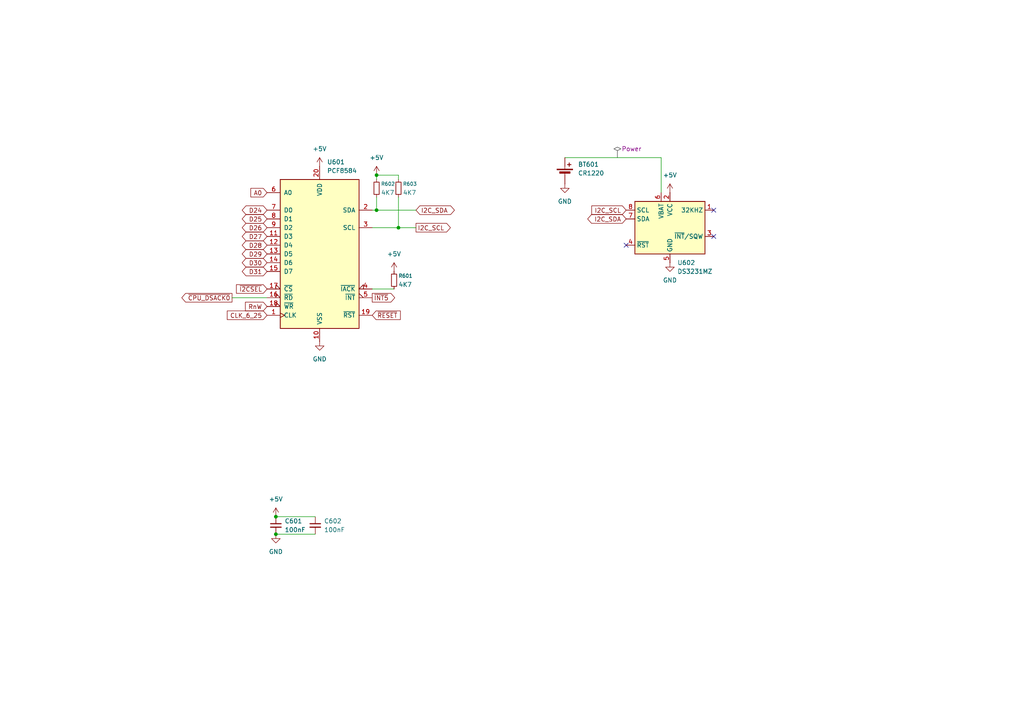
<source format=kicad_sch>
(kicad_sch (version 20250114) (generator "eeschema") (generator_version "9.0")
  (paper "A4")
  (lib_symbols
    (symbol "Device:Battery_Cell" (pin_numbers (hide yes)) (pin_names (offset 0) (hide yes))
      (property "Reference" "BT" (at 2.54 2.54 0))
      (property "Value" "Battery_Cell" (at 2.54 0 0))
      (symbol "Battery_Cell_0_1"
        (rectangle (start -2.286 1.778) (end 2.286 1.524) (fill (type outline)))
        (rectangle (start -1.524 1.016) (end 1.524 0.508) (fill (type outline)))
        (polyline (pts (xy 0 1.778) (xy 0 2.54)))
        (polyline (pts (xy 0 0.762) (xy 0 0)))
        (polyline (pts (xy 0.762 3.048) (xy 1.778 3.048)) (stroke (width 0.254)))
        (polyline (pts (xy 1.27 3.556) (xy 1.27 2.54)) (stroke (width 0.254)))
      )
      (symbol "Battery_Cell_1_1"
        (pin passive line (at 0 5.08 270) (length 2.54) (name "+") (number "1"))
        (pin passive line (at 0 -2.54 90) (length 2.54) (name "-") (number "2"))
      )
    )
    (symbol "Device:C_Small" (pin_numbers (hide yes)) (pin_names (offset 0.254) (hide yes))
      (property "Reference" "C" (at 0.254 1.778 0))
      (property "Value" "C_Small" (at 0.254 -2.032 0))
      (symbol "C_Small_0_1"
        (polyline (pts (xy -1.524 0.508) (xy 1.524 0.508)) (stroke (width 0.3048)))
        (polyline (pts (xy -1.524 -0.508) (xy 1.524 -0.508)) (stroke (width 0.3302)))
      )
      (symbol "C_Small_1_1"
        (pin passive line (at 0 2.54 270) (length 2.032) (name "~") (number "1"))
        (pin passive line (at 0 -2.54 90) (length 2.032) (name "~") (number "2"))
      )
    )
    (symbol "Device:R_Small" (pin_numbers (hide yes)) (pin_names (offset 0.254) (hide yes))
      (property "Reference" "R" (at 0 0 90))
      (property "Value" "R_Small" (at 1.778 0 90))
      (symbol "R_Small_0_1"
        (rectangle (start -0.762 1.778) (end 0.762 -1.778) (stroke (width 0.2032)))
      )
      (symbol "R_Small_1_1"
        (pin passive line (at 0 2.54 270) (length 0.762) (name "~") (number "1"))
        (pin passive line (at 0 -2.54 90) (length 0.762) (name "~") (number "2"))
      )
    )
    (symbol "Interface_Expansion:PCF8584" (pin_names (offset 1.016))
      (property "Reference" "U" (at -11.43 22.86 0))
      (property "Value" "PCF8584" (at 3.81 22.86 0))
      (symbol "PCF8584_0_1"
        (rectangle (start -11.43 -21.59) (end 11.43 21.59) (stroke (width 0.254)) (fill (type background)))
      )
      (symbol "PCF8584_1_1"
        (pin input line (at -15.24 17.78 0) (length 3.81) (name "A0") (number "6"))
        (pin tri_state line (at -15.24 12.7 0) (length 3.81) (name "D0") (number "7"))
        (pin tri_state line (at -15.24 10.16 0) (length 3.81) (name "D1") (number "8"))
        (pin tri_state line (at -15.24 7.62 0) (length 3.81) (name "D2") (number "9"))
        (pin tri_state line (at -15.24 5.08 0) (length 3.81) (name "D3") (number "11"))
        (pin tri_state line (at -15.24 2.54 0) (length 3.81) (name "D4") (number "12"))
        (pin tri_state line (at -15.24 0 0) (length 3.81) (name "D5") (number "13"))
        (pin tri_state line (at -15.24 -2.54 0) (length 3.81) (name "D6") (number "14"))
        (pin tri_state line (at -15.24 -5.08 0) (length 3.81) (name "D7") (number "15"))
        (pin input input_low (at -15.24 -10.16 0) (length 3.81) (name "~{CS}") (number "17"))
        (pin passive input_low (at -15.24 -12.7 0) (length 3.81) (name "~{RD}") (number "16"))
        (pin input input_low (at -15.24 -15.24 0) (length 3.81) (name "~{WR}") (number "18"))
        (pin input clock (at -15.24 -17.78 0) (length 3.81) (name "CLK") (number "1"))
        (pin power_in line (at 0 25.4 270) (length 3.81) (name "VDD") (number "20"))
        (pin power_in line (at 0 -25.4 90) (length 3.81) (name "VSS") (number "10"))
        (pin bidirectional line (at 15.24 12.7 180) (length 3.81) (name "SDA") (number "2"))
        (pin bidirectional line (at 15.24 7.62 180) (length 3.81) (name "SCL") (number "3"))
        (pin input input_low (at 15.24 -10.16 180) (length 3.81) (name "~{IACK}") (number "4"))
        (pin output output_low (at 15.24 -12.7 180) (length 3.81) (name "~{INT}") (number "5"))
        (pin bidirectional line (at 15.24 -17.78 180) (length 3.81) (name "~{RST}") (number "19"))
      )
    )
    (symbol "Timer_RTC:DS3231MZ"
      (property "Reference" "U" (at -7.62 8.89 0))
      (property "Value" "DS3231MZ" (at 11.43 8.89 0))
      (symbol "DS3231MZ_0_1"
        (rectangle (start -10.16 7.62) (end 10.16 -7.62) (stroke (width 0.254)) (fill (type background)))
      )
      (symbol "DS3231MZ_1_1"
        (pin input line (at -12.7 5.08 0) (length 2.54) (name "SCL") (number "8"))
        (pin bidirectional line (at -12.7 2.54 0) (length 2.54) (name "SDA") (number "7"))
        (pin bidirectional line (at -12.7 -5.08 0) (length 2.54) (name "~{RST}") (number "4"))
        (pin power_in line (at -2.54 10.16 270) (length 2.54) (name "VBAT") (number "6"))
        (pin power_in line (at 0 10.16 270) (length 2.54) (name "VCC") (number "2"))
        (pin power_in line (at 0 -10.16 90) (length 2.54) (name "GND") (number "5"))
        (pin open_collector line (at 12.7 5.08 180) (length 2.54) (name "32KHZ") (number "1"))
        (pin open_collector line (at 12.7 -2.54 180) (length 2.54) (name "~{INT}/SQW") (number "3"))
      )
    )
    (symbol "power:+5V" (power) (pin_numbers (hide yes)) (pin_names (offset 0) (hide yes))
      (property "Value" "+5V" (at 0 3.556 0))
      (symbol "+5V_0_1"
        (polyline (pts (xy -0.762 1.27) (xy 0 2.54)))
        (polyline (pts (xy 0 2.54) (xy 0.762 1.27)))
        (polyline (pts (xy 0 0) (xy 0 2.54)))
      )
      (symbol "+5V_1_1"
        (pin power_in line (at 0 0 90) (length 0) (name "~") (number "1"))
      )
    )
    (symbol "power:GND" (power) (pin_numbers (hide yes)) (pin_names (offset 0) (hide yes))
      (property "Value" "GND" (at 0 -3.81 0))
      (symbol "GND_0_1"
        (polyline (pts (xy 0 0) (xy 0 -1.27) (xy 1.27 -1.27) (xy 0 -2.54) (xy -1.27 -1.27) (xy 0 -1.27)))
      )
      (symbol "GND_1_1"
        (pin power_in line (at 0 0 270) (length 0) (name "~") (number "1"))
      )
    )
  )
  (junction (at 80.01 154.94))
  (junction (at 109.22 50.8))
  (junction (at 109.22 60.96))
  (junction (at 115.57 66.04))
  (junction (at 80.01 149.86))
  (no_connect (at 207.01 68.58))
  (no_connect (at 207.01 60.96))
  (no_connect (at 181.61 71.12))
  (wire (pts (xy 115.57 50.8) (xy 115.57 52.07)))
  (wire (pts (xy 163.83 45.72) (xy 191.77 45.72)))
  (wire (pts (xy 107.95 83.82) (xy 114.3 83.82)))
  (wire (pts (xy 109.22 50.8) (xy 115.57 50.8)))
  (wire (pts (xy 120.65 66.04) (xy 115.57 66.04)))
  (wire (pts (xy 109.22 57.15) (xy 109.22 60.96)))
  (wire (pts (xy 191.77 45.72) (xy 191.77 55.88)))
  (wire (pts (xy 80.01 149.86) (xy 91.44 149.86)))
  (wire (pts (xy 115.57 66.04) (xy 107.95 66.04)))
  (wire (pts (xy 120.65 60.96) (xy 109.22 60.96)))
  (wire (pts (xy 109.22 60.96) (xy 107.95 60.96)))
  (wire (pts (xy 67.31 86.36) (xy 77.47 86.36)))
  (wire (pts (xy 109.22 50.8) (xy 109.22 52.07)))
  (wire (pts (xy 80.01 154.94) (xy 91.44 154.94)))
  (wire (pts (xy 115.57 57.15) (xy 115.57 66.04)))
  (global_label "D26" (shape bidirectional) (at 77.47 66.04 180) (property "Intersheetrefs" "${INTERSHEET_REFS}" (effects (hide yes))))
  (global_label "A0" (shape input) (at 77.47 55.88 180) (property "Intersheetrefs" "${INTERSHEET_REFS}" (effects (hide yes))))
  (global_label "D24" (shape bidirectional) (at 77.47 60.96 180) (property "Intersheetrefs" "${INTERSHEET_REFS}" (effects (hide yes))))
  (global_label "CLK_6_25" (shape input) (at 77.47 91.44 180) (property "Intersheetrefs" "${INTERSHEET_REFS}" (effects (hide yes))))
  (global_label "I2C_SDA" (shape bidirectional) (at 120.65 60.96 0) (property "Intersheetrefs" "${INTERSHEET_REFS}" (effects (hide yes))))
  (global_label "I2C_SDA" (shape bidirectional) (at 181.61 63.5 180) (property "Intersheetrefs" "${INTERSHEET_REFS}" (effects (hide yes))))
  (global_label "D31" (shape bidirectional) (at 77.47 78.74 180) (property "Intersheetrefs" "${INTERSHEET_REFS}" (effects (hide yes))))
  (global_label "~{CPU_DSACK0}" (shape output) (at 67.31 86.36 180) (property "Intersheetrefs" "${INTERSHEET_REFS}" (effects (hide yes))))
  (global_label "~{INT5}" (shape output) (at 107.95 86.36 0) (property "Intersheetrefs" "${INTERSHEET_REFS}" (effects (hide yes))))
  (global_label "D30" (shape bidirectional) (at 77.47 76.2 180) (property "Intersheetrefs" "${INTERSHEET_REFS}" (effects (hide yes))))
  (global_label "D27" (shape bidirectional) (at 77.47 68.58 180) (property "Intersheetrefs" "${INTERSHEET_REFS}" (effects (hide yes))))
  (global_label "D28" (shape bidirectional) (at 77.47 71.12 180) (property "Intersheetrefs" "${INTERSHEET_REFS}" (effects (hide yes))))
  (global_label "RnW" (shape input) (at 77.47 88.9 180) (property "Intersheetrefs" "${INTERSHEET_REFS}" (effects (hide yes))))
  (global_label "I2C_SCL" (shape input) (at 181.61 60.96 180) (property "Intersheetrefs" "${INTERSHEET_REFS}" (effects (hide yes))))
  (global_label "D25" (shape bidirectional) (at 77.47 63.5 180) (property "Intersheetrefs" "${INTERSHEET_REFS}" (effects (hide yes))))
  (global_label "~{RESET}" (shape input) (at 107.95 91.44 0) (property "Intersheetrefs" "${INTERSHEET_REFS}" (effects (hide yes))))
  (global_label "I2C_SCL" (shape output) (at 120.65 66.04 0) (property "Intersheetrefs" "${INTERSHEET_REFS}" (effects (hide yes))))
  (global_label "D29" (shape bidirectional) (at 77.47 73.66 180) (property "Intersheetrefs" "${INTERSHEET_REFS}" (effects (hide yes))))
  (global_label "~{I2CSEL}" (shape input) (at 77.47 83.82 180) (property "Intersheetrefs" "${INTERSHEET_REFS}" (effects (hide yes))))
  (netclass_flag "" (length 2.54) (shape diamond) (at 179.07 45.72 0) (property "Netclass" "Power" (at 180.2765 43.18 0) (effects (justify left))))
  (symbol (lib_id "Device:C_Small") (at 80.01 152.4 0) (unit 1)
    (property "Reference" "C601" (at 82.55 151.1362 0) (effects (justify left)))
    (property "Value" "100nF" (at 82.55 153.6762 0) (effects (justify left)))
    (property "Footprint" "Capacitor_SMD:C_0805_2012Metric" (effects (hide yes)))
    (property "Description" "Unpolarized capacitor, small symbol" (effects (hide yes)))
  )
  (symbol (lib_id "Device:R_Small") (at 109.22 54.61 0) (unit 1)
    (property "Reference" "R602" (at 110.49 53.34 0) (effects (font (size 1.016 1.016)) (justify left)))
    (property "Value" "4K7" (at 110.49 55.88 0) (effects (justify left)))
    (property "Footprint" "Resistor_SMD:R_0805_2012Metric" (effects (hide yes)))
    (property "Description" "Resistor, small symbol" (effects (hide yes)))
  )
  (symbol (lib_id "power:GND") (at 80.01 154.94 0) (unit 1)
    (property "Reference" "#PWR0608" (effects (hide yes)))
    (property "Value" "GND" (at 80.01 160.02 0))
    (property "Description" "Power symbol creates a global label with name \"GND\" , ground" (effects (hide yes)))
  )
  (symbol (lib_id "power:GND") (at 163.83 53.34 0) (unit 1)
    (property "Reference" "#PWR0607" (effects (hide yes)))
    (property "Value" "GND" (at 163.83 58.42 0))
    (property "Description" "Power symbol creates a global label with name \"GND\" , ground" (effects (hide yes)))
  )
  (symbol (lib_id "power:GND") (at 194.31 76.2 0) (unit 1)
    (property "Reference" "#PWR0606" (effects (hide yes)))
    (property "Value" "GND" (at 194.31 81.28 0))
    (property "Description" "Power symbol creates a global label with name \"GND\" , ground" (effects (hide yes)))
  )
  (symbol (lib_id "Device:R_Small") (at 115.57 54.61 0) (unit 1)
    (property "Reference" "R603" (at 116.84 53.34 0) (effects (font (size 1.016 1.016)) (justify left)))
    (property "Value" "4K7" (at 116.84 55.88 0) (effects (justify left)))
    (property "Footprint" "Resistor_SMD:R_0805_2012Metric" (effects (hide yes)))
    (property "Description" "Resistor, small symbol" (effects (hide yes)))
  )
  (symbol (lib_id "Device:C_Small") (at 91.44 152.4 0) (unit 1)
    (property "Reference" "C602" (at 93.98 151.1362 0) (effects (justify left)))
    (property "Value" "100nF" (at 93.98 153.6762 0) (effects (justify left)))
    (property "Footprint" "Capacitor_SMD:C_0805_2012Metric" (effects (hide yes)))
    (property "Description" "Unpolarized capacitor, small symbol" (effects (hide yes)))
  )
  (symbol (lib_id "Device:Battery_Cell") (at 163.83 50.8 0) (unit 1)
    (property "Reference" "BT601" (at 167.64 47.6884 0) (effects (justify left)))
    (property "Value" "CR1220" (at 167.64 50.2284 0) (effects (justify left)))
    (property "Footprint" "Battery:BatteryHolder_Keystone_500" (effects (hide yes)))
    (property "Description" "Single-cell battery" (effects (hide yes)))
    (property "Part" "Keystone 500" (effects (hide yes)))
  )
  (symbol (lib_id "power:+5V") (at 92.71 48.26 0) (unit 1)
    (property "Reference" "#PWR0603" (effects (hide yes)))
    (property "Value" "+5V" (at 92.71 43.18 0))
    (property "Description" "Power symbol creates a global label with name \"+5V\"" (effects (hide yes)))
  )
  (symbol (lib_id "power:GND") (at 92.71 99.06 0) (unit 1)
    (property "Reference" "#PWR0604" (effects (hide yes)))
    (property "Value" "GND" (at 92.71 104.14 0))
    (property "Description" "Power symbol creates a global label with name \"GND\" , ground" (effects (hide yes)))
  )
  (symbol (lib_id "Timer_RTC:DS3231MZ") (at 194.31 66.04 0) (unit 1)
    (property "Reference" "U602" (at 196.4533 76.2 0) (effects (justify left)))
    (property "Value" "DS3231MZ" (at 196.4533 78.74 0) (effects (justify left)))
    (property "Footprint" "Package_SO:SOIC-8_3.9x4.9mm_P1.27mm" (effects (hide yes)))
    (property "Datasheet" "http://datasheets.maximintegrated.com/en/ds/DS3231M.pdf" (effects (hide yes)))
    (property "Description" "±5ppm, I2C Real-Time Clock SOIC-8" (effects (hide yes)))
  )
  (symbol (lib_id "power:+5V") (at 109.22 50.8 0) (unit 1)
    (property "Reference" "#PWR0602" (effects (hide yes)))
    (property "Value" "+5V" (at 109.22 45.72 0))
    (property "Description" "Power symbol creates a global label with name \"+5V\"" (effects (hide yes)))
  )
  (symbol (lib_id "power:+5V") (at 80.01 149.86 0) (unit 1)
    (property "Reference" "#PWR0609" (effects (hide yes)))
    (property "Value" "+5V" (at 80.01 144.78 0))
    (property "Description" "Power symbol creates a global label with name \"+5V\"" (effects (hide yes)))
  )
  (symbol (lib_id "Interface_Expansion:PCF8584") (at 92.71 73.66 0) (unit 1)
    (property "Reference" "U601" (at 94.8533 46.99 0) (effects (justify left)))
    (property "Value" "PCF8584" (at 94.8533 49.53 0) (effects (justify left)))
    (property "Footprint" "Package_DIP:DIP-20_W7.62mm_Socket" (effects (hide yes)))
    (property "Datasheet" "http://www.nxp.com/docs/en/data-sheet/PCF8584.pdf" (effects (hide yes)))
    (property "Description" "I2C Bus Controller, DIP/SOIC-20" (effects (hide yes)))
  )
  (symbol (lib_id "power:+5V") (at 114.3 78.74 0) (unit 1)
    (property "Reference" "#PWR0601" (effects (hide yes)))
    (property "Value" "+5V" (at 114.3 73.66 0))
    (property "Description" "Power symbol creates a global label with name \"+5V\"" (effects (hide yes)))
  )
  (symbol (lib_id "Device:R_Small") (at 114.3 81.28 0) (unit 1)
    (property "Reference" "R601" (at 115.57 80.01 0) (effects (font (size 1.016 1.016)) (justify left)))
    (property "Value" "4K7" (at 115.57 82.55 0) (effects (justify left)))
    (property "Footprint" "Resistor_SMD:R_0805_2012Metric" (effects (hide yes)))
    (property "Description" "Resistor, small symbol" (effects (hide yes)))
  )
  (symbol (lib_id "power:+5V") (at 194.31 55.88 0) (unit 1)
    (property "Reference" "#PWR0605" (effects (hide yes)))
    (property "Value" "+5V" (at 194.31 50.8 0))
    (property "Description" "Power symbol creates a global label with name \"+5V\"" (effects (hide yes)))
  )
)
</source>
